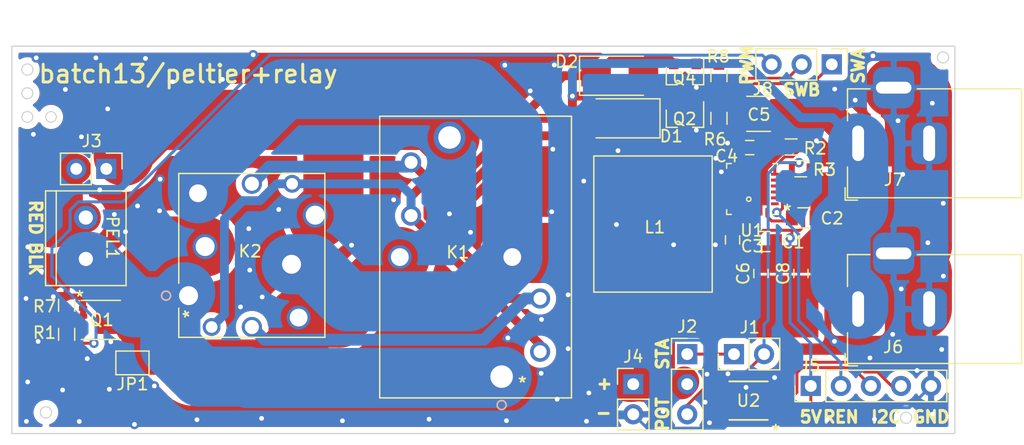
<source format=kicad_pcb>
(kicad_pcb (version 20171130) (host pcbnew "(5.1.6-0-10_14)")
  (layers (0 F.Cu signal) (31 B.Cu signal) (34 B.Paste user) (35 F.Paste user) (36 B.SilkS user) (37 F.SilkS user) (38 B.Mask user) (39 F.Mask user) (44 Edge.Cuts user))
  (net 0 "")
  (net 1 /PEL1)
  (net 2 12V)
  (net 3 /PEL3)
  (net 4 /PEL_BLK)
  (net 5 /PEL_RED)
  (net 6 "Net-(J1-Pad1)")
  (net 7 REG_OUT)
  (net 8 /POT_RES_A)
  (net 9 GND)
  (net 10 I2C_SDA)
  (net 11 I2C_SCL)
  (net 12 5V)
  (net 13 /PEL2)
  (net 14 "Net-(Q1-Pad4)")
  (net 15 "Net-(Q2-Pad1)")
  (net 16 "Net-(Q4-Pad1)")
  (net 17 PEL_PWM)
  (net 18 PEL_SWA)
  (net 19 PEL_SWB)
  (net 20 "Net-(R2-Pad2)")
  (net 21 "Net-(C3-Pad1)")
  (net 22 "Net-(C2-Pad1)")
  (net 23 "Net-(J3-Pad2)")
  (net 24 REG_LX)
  (net 25 REG_FB)
  (net 26 REG_EN)
  (module Pin_Headers:Pin_Header_Straight_1x05_Pitch2.54mm (layer F.Cu) (at 166 110.5 90)
    (fp_text reference J5 (at 1.72 -0.05 180) (layer F.SilkS))
    (fp_text value Conn_01x05_Male)
    (pad 5 thru_hole oval (at 0 10.16 90) (size 1.7 1.7) (drill 1) (layers *.Cu *.Mask) (net 9 GND))
    (pad 4 thru_hole oval (at 0 7.62 90) (size 1.7 1.7) (drill 1) (layers *.Cu *.Mask) (net 10 I2C_SDA))
    (pad 3 thru_hole oval (at 0 5.08 90) (size 1.7 1.7) (drill 1) (layers *.Cu *.Mask) (net 11 I2C_SCL))
    (pad 2 thru_hole oval (at 0 2.54 90) (size 1.7 1.7) (drill 1) (layers *.Cu *.Mask) (net 26 REG_EN))
    (pad 1 thru_hole rect (at 0 0 90) (size 1.7 1.7) (drill 1) (layers *.Cu *.Mask) (net 12 5V))
  )
  (module Diodes_SMD:D_SMA (layer F.Cu) (at 149.86 87.89 180)
    (fp_text reference D1 (at -4.35 -1.51) (layer F.SilkS))
    (fp_text value DIODE)
    (pad 1 smd rect (at -2 0 180) (size 2.5 1.8) (layers F.Cu F.Paste F.Mask) (net 1 /PEL1))
    (pad 2 smd rect (at 2 0 180) (size 2.5 1.8) (layers F.Cu F.Paste F.Mask) (net 2 12V))
  )
  (module Diodes_SMD:D_SMA (layer F.Cu) (at 149.86 84.29)
    (fp_text reference D2 (at -4.48 -1.19) (layer F.SilkS))
    (fp_text value DIODE)
    (pad 2 smd rect (at 2 0) (size 2.5 1.8) (layers F.Cu F.Paste F.Mask) (net 2 12V))
    (pad 1 smd rect (at -2 0) (size 2.5 1.8) (layers F.Cu F.Paste F.Mask) (net 3 /PEL3))
  )
  (module Ninja-qPCR:TB_SeeedOPL_320110028 (layer F.Cu) (at 104.75 96.27 270)
    (fp_text reference PEL1 (at 1.71 -2.25 270 unlocked) (layer F.SilkS))
    (fp_text value Screw_Terminal_01x02)
    (pad 2 thru_hole circle (at 3.5 0 270) (size 2 2) (drill 1.2) (layers *.Cu *.Mask) (net 4 /PEL_BLK))
    (pad 1 thru_hole circle (at 0 0 270) (size 2 2) (drill 1.2) (layers *.Cu *.Mask) (net 23 "Net-(J3-Pad2)"))
  )
  (module Pin_Headers:Pin_Header_Straight_1x02_Pitch2.54mm (layer F.Cu) (at 159.51 107.81 90)
    (fp_text reference J1 (at 2.26 1.33 180) (layer F.SilkS))
    (fp_text value Conn_01x02_Female)
    (pad 2 thru_hole oval (at 0 2.54 90) (size 1.7 1.7) (drill 1) (layers *.Cu *.Mask) (net 25 REG_FB))
    (pad 1 thru_hole rect (at 0 0 90) (size 1.7 1.7) (drill 1) (layers *.Cu *.Mask) (net 6 "Net-(J1-Pad1)"))
  )
  (module Pin_Headers:Pin_Header_Straight_1x03_Pitch2.54mm (layer F.Cu) (at 155.56 107.81)
    (fp_text reference J2 (at 0 -2.33) (layer F.SilkS))
    (fp_text value Conn_01x03_Male)
    (pad 3 thru_hole oval (at 0 5.08) (size 1.7 1.7) (drill 1) (layers *.Cu *.Mask) (net 8 /POT_RES_A))
    (pad 2 thru_hole oval (at 0 2.54) (size 1.7 1.7) (drill 1) (layers *.Cu *.Mask) (net 7 REG_OUT))
    (pad 1 thru_hole rect (at 0 0) (size 1.7 1.7) (drill 1) (layers *.Cu *.Mask) (net 6 "Net-(J1-Pad1)"))
  )
  (module Connector_BarrelJack:BarrelJack_Horizontal (layer F.Cu) (at 170 104 180)
    (fp_text reference J6 (at -2.96 -3.21) (layer F.SilkS))
    (fp_text value Barrel_Jack_Switch)
    (pad 1 thru_hole rect (at 0 0 180) (size 3.5 3.5) (drill oval 1 3) (layers *.Cu *.Mask) (net 2 12V))
    (pad 2 thru_hole roundrect (at -6 0 180) (size 3 3.5) (drill oval 1 3) (layers *.Cu *.Mask) (net 9 GND))
    (pad 3 thru_hole roundrect (at -3 4.7 180) (size 3.5 3.5) (drill oval 3 1) (layers *.Cu *.Mask) (net 9 GND))
  )
  (module Connector_BarrelJack:BarrelJack_Horizontal (layer F.Cu) (at 170 90 180)
    (fp_text reference J7 (at -3.03 -3.08) (layer F.SilkS))
    (fp_text value Barrel_Jack_Switch)
    (pad 3 thru_hole roundrect (at -3 4.7 180) (size 3.5 3.5) (drill oval 3 1) (layers *.Cu *.Mask) (net 9 GND))
    (pad 2 thru_hole roundrect (at -6 0 180) (size 3 3.5) (drill oval 1 3) (layers *.Cu *.Mask) (net 9 GND))
    (pad 1 thru_hole rect (at 0 0 180) (size 3.5 3.5) (drill oval 1 3) (layers *.Cu *.Mask) (net 2 12V))
  )
  (module Ninja-qPCR:EP2-3L3SAb (layer F.Cu) (at 139.88 109.71 90)
    (fp_text reference K1 (at 10.5 -3.7) (layer F.SilkS))
    (fp_text value EP2-3L3SAb hide)
    (fp_text user * (at -0.55 1.75) (layer F.SilkS))
    (pad 1 thru_hole circle (at 0 0 180) (size 2.7 2.7) (drill 1.9) (layers *.Cu *.Mask) (net 4 /PEL_BLK))
    (pad 2 thru_hole circle (at 2.1 3.25 180) (size 1.7 1.7) (drill 1.1) (layers *.Cu *.Mask) (net 2 12V))
    (pad 3 thru_hole circle (at 6.6 3.25 180) (size 1.7 1.7) (drill 1.1) (layers *.Cu *.Mask) (net 1 /PEL1))
    (pad 4 thru_hole circle (at 10.1 0.9 180) (size 2 2) (drill 1.5) (layers *.Cu *.Mask) (net 7 REG_OUT))
    (pad 8 thru_hole circle (at 20.2 -4.4 180) (size 2.7 2.7) (drill 1.9) (layers *.Cu *.Mask) (net 5 /PEL_RED))
    (pad 7 thru_hole circle (at 18.1 -7.65 180) (size 1.7 1.7) (drill 1.1) (layers *.Cu *.Mask) (net 3 /PEL3))
    (pad 6 thru_hole circle (at 13.6 -7.65 180) (size 1.7 1.7) (drill 1.1) (layers *.Cu *.Mask) (net 2 12V))
    (pad 5 thru_hole circle (at 10.1 -8.6 180) (size 2 2) (drill 1.5) (layers *.Cu *.Mask) (net 13 /PEL2))
  )
  (module Ninja-qPCR:EX2-2U1S (layer F.Cu) (at 113.43 102.87 90)
    (fp_text reference K2 (at 3.75 5.2 180) (layer F.SilkS))
    (fp_text value EX2-2U1S hide)
    (fp_text user * (at -1.55 0.1 90) (layer F.SilkS))
    (pad 10 thru_hole circle (at 4.15 1.4 90) (size 2.1082 2.1082) (drill 1.6002) (layers *.Cu *.Mask) (net 13 /PEL2))
    (pad 9 thru_hole circle (at 8.65 0.8 90) (size 2.0066 2.0066) (drill 1.4986) (layers *.Cu *.Mask) (net 7 REG_OUT))
    (pad 8 thru_hole circle (at 9.45 5.35 90) (size 1.7018 1.7018) (drill 1.1938) (layers *.Cu *.Mask) (net 3 /PEL3))
    (pad 7 thru_hole circle (at 9.45 8.75 90) (size 1.4986 1.4986) (drill 0.9906) (layers *.Cu *.Mask) (net 2 12V))
    (pad 6 thru_hole circle (at 6.8 10.7 90) (size 2.1082 2.1082) (drill 1.6002) (layers *.Cu *.Mask) (net 5 /PEL_RED))
    (pad 5 thru_hole circle (at 2.65 8.7 90) (size 2.1082 2.1082) (drill 1.6002) (layers *.Cu *.Mask) (net 7 REG_OUT))
    (pad 4 thru_hole circle (at -1.85 9.3 90) (size 2.0066 2.0066) (drill 1.4986) (layers *.Cu *.Mask) (net 13 /PEL2))
    (pad 3 thru_hole circle (at -2.65 5.35 90) (size 1.7018 1.7018) (drill 1.1938) (layers *.Cu *.Mask) (net 1 /PEL1))
    (pad 2 thru_hole circle (at -2.65 1.95 90) (size 1.4986 1.4986) (drill 0.9906) (layers *.Cu *.Mask) (net 2 12V))
    (pad 1 thru_hole circle (at 0 0 90) (size 2.1082 2.1082) (drill 1.6002) (layers *.Cu *.Mask) (net 4 /PEL_BLK))
  )
  (module Ninja-qPCR:104CDMCCDS-2R2MC (layer F.Cu) (at 152.67 96.82 270)
    (fp_text reference L1 (at 0.27 -0.15 180) (layer F.SilkS))
    (fp_text value 3.3uH hide)
    (pad 1 smd rect (at -4.75 0 270) (size 4.1 4.1) (layers F.Cu F.Paste F.Mask) (net 24 REG_LX))
    (pad 2 smd rect (at 4.75 0 270) (size 4.1 4.1) (layers F.Cu F.Paste F.Mask) (net 7 REG_OUT))
  )
  (module Ninja-qPCR:8-PowerVDFN (layer F.Cu) (at 106.02 104.92)
    (fp_text reference Q1 (at 0.08 0) (layer F.SilkS))
    (fp_text value 8-PowerVDFN-N hide)
    (fp_poly (pts (xy 1.31 1.185) (xy -0.4 1.185) (xy -0.4 -1.185) (xy 1.31 -1.185)) (layer F.Cu) (width 0))
    (fp_text user * (at -1.79 -1.92) (layer F.SilkS))
    (pad 1 smd rect (at -1.5 -0.975) (size 0.7 0.42) (layers F.Cu F.Paste F.Mask) (net 9 GND))
    (pad 2 smd rect (at -1.5 -0.325) (size 0.7 0.42) (layers F.Cu F.Paste F.Mask) (net 9 GND))
    (pad 3 smd rect (at -1.5 0.325) (size 0.7 0.42) (layers F.Cu F.Paste F.Mask) (net 9 GND))
    (pad 4 smd rect (at -1.5 0.975) (size 0.7 0.42) (layers F.Cu F.Paste F.Mask) (net 14 "Net-(Q1-Pad4)"))
    (pad 5 smd rect (at 1.58 0.975) (size 0.54 0.42) (layers F.Cu F.Paste F.Mask) (net 13 /PEL2))
    (pad 6 smd rect (at 1.58 0.325) (size 0.54 0.42) (layers F.Cu F.Paste F.Mask) (net 13 /PEL2))
    (pad 7 smd rect (at 1.58 -0.325) (size 0.54 0.42) (layers F.Cu F.Paste F.Mask) (net 13 /PEL2))
    (pad 8 smd rect (at 1.58 -0.975) (size 0.54 0.42) (layers F.Cu F.Paste F.Mask) (net 13 /PEL2))
  )
  (module TO_SOT_Packages_SMD:SOT-23 (layer F.Cu) (at 155.37 87.89 270)
    (fp_text reference Q2 (at 0.05 0.03 180) (layer F.SilkS))
    (fp_text value Q_NPN_BCE)
    (pad 1 smd rect (at -1 -0.95 270) (size 0.9 0.8) (layers F.Cu F.Paste F.Mask) (net 15 "Net-(Q2-Pad1)"))
    (pad 2 smd rect (at -1 0.95 270) (size 0.9 0.8) (layers F.Cu F.Paste F.Mask) (net 1 /PEL1))
    (pad 3 smd rect (at 1 0 270) (size 0.9 0.8) (layers F.Cu F.Paste F.Mask) (net 9 GND))
  )
  (module TO_SOT_Packages_SMD:SOT-23 (layer F.Cu) (at 155.37 84.29 270)
    (fp_text reference Q4 (at 0.2 0.05 180) (layer F.SilkS))
    (fp_text value Q_NPN_BCE)
    (pad 3 smd rect (at 1 0 270) (size 0.9 0.8) (layers F.Cu F.Paste F.Mask) (net 9 GND))
    (pad 2 smd rect (at -1 0.95 270) (size 0.9 0.8) (layers F.Cu F.Paste F.Mask) (net 3 /PEL3))
    (pad 1 smd rect (at -1 -0.95 270) (size 0.9 0.8) (layers F.Cu F.Paste F.Mask) (net 16 "Net-(Q4-Pad1)"))
  )
  (module Ninja-qPCR:MCP4551T-502E&slash_MS (layer F.Cu) (at 160.74 111.74 180)
    (fp_text reference U2 (at 0 0) (layer F.SilkS))
    (fp_text value MCP4551T-104 hide)
    (fp_text user * (at -2.2976 -2.5752) (layer F.SilkS))
    (fp_text user * (at -2.2976 -2.5752) (layer F.SilkS))
    (pad 8 smd rect (at 2.2 -1 180) (size 1.45 0.45) (layers F.Cu F.Paste F.Mask) (net 12 5V))
    (pad 7 smd rect (at 2.2 -0.325 180) (size 1.45 0.4) (layers F.Cu F.Paste F.Mask))
    (pad 6 smd rect (at 2.2 0.325 180) (size 1.45 0.4) (layers F.Cu F.Paste F.Mask) (net 25 REG_FB))
    (pad 5 smd rect (at 2.2 1 180) (size 1.45 0.45) (layers F.Cu F.Paste F.Mask) (net 8 /POT_RES_A))
    (pad 4 smd rect (at -2.2 1 180) (size 1.45 0.45) (layers F.Cu F.Paste F.Mask) (net 9 GND))
    (pad 3 smd rect (at -2.2 0.325 180) (size 1.45 0.4) (layers F.Cu F.Paste F.Mask) (net 10 I2C_SDA))
    (pad 2 smd rect (at -2.2 -0.325 180) (size 1.45 0.4) (layers F.Cu F.Paste F.Mask) (net 11 I2C_SCL))
    (pad 1 smd rect (at -2.2 -1 180) (size 1.45 0.45) (layers F.Cu F.Paste F.Mask) (net 9 GND))
  )
  (module Pin_Headers:Pin_Header_Straight_1x02_Pitch2.54mm (layer F.Cu) (at 151 110.35)
    (fp_text reference J4 (at 0 -2.33) (layer F.SilkS))
    (fp_text value Conn_01x02_Female)
    (pad 2 thru_hole oval (at 0 2.54) (size 1.7 1.7) (drill 1) (layers *.Cu *.Mask) (net 9 GND))
    (pad 1 thru_hole rect (at 0 0) (size 1.7 1.7) (drill 1) (layers *.Cu *.Mask) (net 7 REG_OUT))
  )
  (module Pin_Headers:Pin_Header_Straight_1x03_Pitch2.54mm (layer F.Cu) (at 167.77001 83.330008 270)
    (fp_text reference J8 (at 2.089992 5.82001 180) (layer F.SilkS))
    (fp_text value Conn_01x03_Male)
    (pad 3 thru_hole oval (at 0 5.08 270) (size 1.7 1.7) (drill 1) (layers *.Cu *.Mask) (net 17 PEL_PWM))
    (pad 2 thru_hole oval (at 0 2.54 270) (size 1.7 1.7) (drill 1) (layers *.Cu *.Mask) (net 19 PEL_SWB))
    (pad 1 thru_hole rect (at 0 0 270) (size 1.7 1.7) (drill 1) (layers *.Cu *.Mask) (net 18 PEL_SWA))
  )
  (module Capacitors_SMD:C_0805 (layer F.Cu) (at 162.05 98.3)
    (fp_text reference C1 (at 2.46 0.06) (layer F.SilkS))
    (fp_text value 10uF)
    (pad 2 smd rect (at 1 0) (size 1 1.25) (layers F.Cu F.Paste F.Mask) (net 9 GND))
    (pad 1 smd rect (at -1 0) (size 1 1.25) (layers F.Cu F.Paste F.Mask) (net 12 5V))
  )
  (module Capacitors_SMD:C_0805 (layer F.Cu) (at 165.4 96.3)
    (fp_text reference C2 (at 2.4 0.04) (layer F.SilkS))
    (fp_text value 10uF)
    (pad 1 smd rect (at -1 0) (size 1 1.25) (layers F.Cu F.Paste F.Mask) (net 22 "Net-(C2-Pad1)"))
    (pad 2 smd rect (at 1 0) (size 1 1.25) (layers F.Cu F.Paste F.Mask) (net 9 GND))
  )
  (module Capacitors_SMD:C_0603 (layer F.Cu) (at 159.39 98.16 90)
    (fp_text reference C3 (at -0.54 1.67 180) (layer F.SilkS))
    (fp_text value 0.1uF)
    (pad 1 smd rect (at -0.75 0 90) (size 0.8 0.75) (layers F.Cu F.Paste F.Mask) (net 21 "Net-(C3-Pad1)"))
    (pad 2 smd rect (at 0.75 0 90) (size 0.8 0.75) (layers F.Cu F.Paste F.Mask) (net 24 REG_LX))
  )
  (module Capacitors_SMD:C_0603 (layer F.Cu) (at 160.84 90.36 180)
    (fp_text reference C4 (at 1.96 -0.72) (layer F.SilkS))
    (fp_text value 1uF)
    (pad 2 smd rect (at 0.75 0 180) (size 0.8 0.75) (layers F.Cu F.Paste F.Mask) (net 9 GND))
    (pad 1 smd rect (at -0.75 0 180) (size 0.8 0.75) (layers F.Cu F.Paste F.Mask) (net 2 12V))
  )
  (module Capacitors_SMD:C_1210 (layer F.Cu) (at 161.59 87.51 180)
    (fp_text reference C5 (at -0.03 -0.07) (layer F.SilkS))
    (fp_text value 22uF)
    (pad 2 smd rect (at 1.5 0 180) (size 1 2.5) (layers F.Cu F.Paste F.Mask) (net 9 GND))
    (pad 1 smd rect (at -1.5 0 180) (size 1 2.5) (layers F.Cu F.Paste F.Mask) (net 2 12V))
  )
  (module Resistors_SMD:R_0603 (layer F.Cu) (at 103.13 106.14 270)
    (fp_text reference R1 (at -0.14 1.87 180) (layer F.SilkS))
    (fp_text value 150)
    (pad 2 smd rect (at 0.75 0 270) (size 0.5 0.9) (layers F.Cu F.Paste F.Mask) (net 17 PEL_PWM))
    (pad 1 smd rect (at -0.75 0 270) (size 0.5 0.9) (layers F.Cu F.Paste F.Mask) (net 14 "Net-(Q1-Pad4)"))
  )
  (module Resistors_SMD:R_0603 (layer F.Cu) (at 164.34 90.31)
    (fp_text reference R2 (at 2.03 0.12) (layer F.SilkS))
    (fp_text value 60k)
    (pad 2 smd rect (at 0.75 0) (size 0.5 0.9) (layers F.Cu F.Paste F.Mask) (net 20 "Net-(R2-Pad2)"))
    (pad 1 smd rect (at -0.75 0) (size 0.5 0.9) (layers F.Cu F.Paste F.Mask) (net 2 12V))
  )
  (module Resistors_SMD:R_0603 (layer F.Cu) (at 165.15 92.15)
    (fp_text reference R3 (at 2.01 0.08) (layer F.SilkS))
    (fp_text value 5k)
    (pad 1 smd rect (at -0.75 0) (size 0.5 0.9) (layers F.Cu F.Paste F.Mask) (net 25 REG_FB))
    (pad 2 smd rect (at 0.75 0) (size 0.5 0.9) (layers F.Cu F.Paste F.Mask) (net 9 GND))
  )
  (module Resistors_SMD:R_0603 (layer F.Cu) (at 158.24 87.89 90)
    (fp_text reference R6 (at -1.77 -0.33 180) (layer F.SilkS))
    (fp_text value 10k)
    (pad 1 smd rect (at -0.75 0 90) (size 0.5 0.9) (layers F.Cu F.Paste F.Mask) (net 15 "Net-(Q2-Pad1)"))
    (pad 2 smd rect (at 0.75 0 90) (size 0.5 0.9) (layers F.Cu F.Paste F.Mask) (net 18 PEL_SWA))
  )
  (module Resistors_SMD:R_0603 (layer F.Cu) (at 103.13 103.69 270)
    (fp_text reference R7 (at 0.09 1.87 180) (layer F.SilkS))
    (fp_text value 47k)
    (pad 2 smd rect (at 0.75 0 270) (size 0.5 0.9) (layers F.Cu F.Paste F.Mask) (net 14 "Net-(Q1-Pad4)"))
    (pad 1 smd rect (at -0.75 0 270) (size 0.5 0.9) (layers F.Cu F.Paste F.Mask) (net 9 GND))
  )
  (module Resistors_SMD:R_0603 (layer F.Cu) (at 158.24 84.29 90)
    (fp_text reference R8 (at 1.63 -0.06 180) (layer F.SilkS))
    (fp_text value 10k)
    (pad 1 smd rect (at -0.75 0 90) (size 0.5 0.9) (layers F.Cu F.Paste F.Mask) (net 19 PEL_SWB))
    (pad 2 smd rect (at 0.75 0 90) (size 0.5 0.9) (layers F.Cu F.Paste F.Mask) (net 16 "Net-(Q4-Pad1)"))
  )
  (module Pin_Headers:Pin_Header_Straight_1x02_Pitch2.54mm (layer F.Cu) (at 106.48 92.16 270)
    (fp_text reference J3 (at -2.35 1.23 180) (layer F.SilkS))
    (fp_text value Conn_01x02_Female)
    (pad 2 thru_hole oval (at 0 2.54 270) (size 1.7 1.7) (drill 1) (layers *.Cu *.Mask) (net 23 "Net-(J3-Pad2)"))
    (pad 1 thru_hole rect (at 0 0 270) (size 1.7 1.7) (drill 1) (layers *.Cu *.Mask) (net 5 /PEL_RED))
  )
  (module Capacitors_SMD:C_0603 (layer F.Cu) (at 161.79 101 90)
    (fp_text reference C6 (at 0 -1.5 90) (layer F.SilkS))
    (fp_text value 0.1uF)
    (pad 2 smd rect (at 0.75 0 90) (size 0.8 0.75) (layers F.Cu F.Paste F.Mask) (net 9 GND))
    (pad 1 smd rect (at -0.75 0 90) (size 0.8 0.75) (layers F.Cu F.Paste F.Mask) (net 7 REG_OUT))
  )
  (module Capacitors_SMD:C_0603 (layer F.Cu) (at 165.165001 101 90)
    (fp_text reference C8 (at 0 -1.5 90) (layer F.SilkS))
    (fp_text value 1uF)
    (pad 1 smd rect (at -0.75 0 90) (size 0.8 0.75) (layers F.Cu F.Paste F.Mask) (net 7 REG_OUT))
    (pad 2 smd rect (at 0.75 0 90) (size 0.8 0.75) (layers F.Cu F.Paste F.Mask) (net 9 GND))
  )
  (module Jumper:SolderJumper-2_P1.3mm_Open_TrianglePad1.0x1.5mm (layer F.Cu) (at 108.69 108.55 180)
    (fp_text reference JP1 (at 0 -1.8) (layer F.SilkS))
    (fp_text value Jumper)
    (pad 2 smd custom (at 0.725 0 180) (size 0.3 0.3) (layers F.Cu F.Mask) (net 9 GND) (options (clearance outline) (anchor rect)) (primitives (gr_poly (pts (xy -0.65 -0.75) (xy 0.5 -0.75) (xy 0.5 0.75) (xy -0.65 0.75) (xy -0.15 0)) (width 0))))
    (pad 1 smd custom (at -0.725 0 180) (size 0.3 0.3) (layers F.Cu F.Mask) (net 13 /PEL2) (options (clearance outline) (anchor rect)) (primitives (gr_poly (pts (xy -0.5 -0.75) (xy 0.5 -0.75) (xy 1 0) (xy 0.5 0.75) (xy -0.5 0.75)) (width 0))))
  )
  (module Ninja-qPCR:AOZ2264QI-19-Long (layer F.Cu) (at 161.04 93.86 180)
    (fp_text reference U1 (at 0 -3.5) (layer F.SilkS))
    (fp_text value AOZ2264QI-19)
    (fp_poly (pts (xy 1.34 1.72) (xy 0.39 1.72) (xy 0.39 -1.38) (xy 1.34 -1.38)) (layer F.Cu) (width 0))
    (fp_poly (pts (xy 0 1.72) (xy -1.34 1.72) (xy -1.34 -1.38) (xy 0 -1.38)) (layer F.Cu) (width 0))
    (fp_text user * (at -2.975 -1.85) (layer F.SilkS))
    (pad 1 smd rect (at -1.92 -1.25 270) (size 0.25 0.65) (layers F.Cu F.Paste F.Mask))
    (pad 2 smd rect (at -1.92 -0.75 270) (size 0.25 0.65) (layers F.Cu F.Paste F.Mask) (net 26 REG_EN))
    (pad 3 smd rect (at -1.92 -0.25 270) (size 0.25 0.65) (layers F.Cu F.Paste F.Mask) (net 12 5V))
    (pad 4 smd rect (at -1.92 0.25 270) (size 0.25 0.65) (layers F.Cu F.Paste F.Mask) (net 9 GND))
    (pad 5 smd rect (at -1.92 0.75 270) (size 0.25 0.65) (layers F.Cu F.Paste F.Mask) (net 25 REG_FB))
    (pad 6 smd rect (at -1.92 1.25 270) (size 0.25 0.65) (layers F.Cu F.Paste F.Mask) (net 20 "Net-(R2-Pad2)"))
    (pad 7 smd rect (at -1.25 1.92 180) (size 0.25 0.65) (layers F.Cu F.Paste F.Mask) (net 2 12V))
    (pad 8 smd rect (at -0.75 1.92 180) (size 0.25 0.65) (layers F.Cu F.Paste F.Mask) (net 2 12V))
    (pad 9 smd rect (at -0.25 1.92 180) (size 0.25 0.65) (layers F.Cu F.Paste F.Mask) (net 2 12V))
    (pad 10 smd rect (at 0.75 1.92 180) (size 0.25 0.65) (layers F.Cu F.Paste F.Mask) (net 24 REG_LX))
    (pad 11 smd rect (at 1.25 1.92 180) (size 0.25 0.65) (layers F.Cu F.Paste F.Mask) (net 24 REG_LX))
    (pad 12 smd rect (at 1.92 1.25 270) (size 0.25 0.65) (layers F.Cu F.Paste F.Mask) (net 9 GND))
    (pad 13 smd rect (at 1.92 0.75 270) (size 0.25 0.65) (layers F.Cu F.Paste F.Mask) (net 9 GND))
    (pad 14 smd rect (at 1.92 0.25 270) (size 0.25 0.65) (layers F.Cu F.Paste F.Mask) (net 9 GND))
    (pad 15 smd rect (at 1.92 -0.25 270) (size 0.25 0.65) (layers F.Cu F.Paste F.Mask) (net 9 GND))
    (pad 16 smd rect (at 1.92 -0.75 270) (size 0.25 0.65) (layers F.Cu F.Paste F.Mask) (net 24 REG_LX))
    (pad 17 smd rect (at 1.92 -1.25 270) (size 0.25 0.65) (layers F.Cu F.Paste F.Mask) (net 24 REG_LX))
    (pad 18 smd rect (at 1.25 -1.92 180) (size 0.25 0.65) (layers F.Cu F.Paste F.Mask) (net 24 REG_LX))
    (pad 19 smd rect (at 0.75 -1.92 180) (size 0.25 0.65) (layers F.Cu F.Paste F.Mask) (net 9 GND))
    (pad 20 smd rect (at 0.25 -1.92 180) (size 0.25 0.65) (layers F.Cu F.Paste F.Mask) (net 21 "Net-(C3-Pad1)"))
    (pad 21 smd rect (at -0.25 -1.92 180) (size 0.25 0.65) (layers F.Cu F.Paste F.Mask) (net 12 5V))
    (pad 22 smd rect (at -0.75 -1.92 180) (size 0.25 0.65) (layers F.Cu F.Paste F.Mask) (net 2 12V))
    (pad 23 smd rect (at -1.25 -1.92 180) (size 0.25 0.65) (layers F.Cu F.Paste F.Mask) (net 22 "Net-(C2-Pad1)"))
  )
  (gr_circle (center 101.81 87.77) (end 102.26 87.77) (layer Edge.Cuts) (width 0.1))
  (gr_circle (center 99.81 87.77) (end 100.268333 87.77) (layer Edge.Cuts) (width 0.1))
  (gr_circle (center 99.81 85.77) (end 100.276667 85.77) (layer Edge.Cuts) (width 0.1))
  (gr_circle (center 99.81 83.77) (end 100.285 83.77) (layer Edge.Cuts) (width 0.1))
  (gr_circle (center 101.38 112.73) (end 101.855 112.73) (layer Edge.Cuts) (width 0.1))
  (gr_circle (center 174.05 113.19) (end 174.525 113.19) (layer Edge.Cuts) (width 0.1))
  (gr_poly (pts (xy 174.005 100.89) (xy 160.23 100.89) (xy 160.23 99.34) (xy 161.96 99.34) (xy 161.96 98.67) (xy 165.17 98.67) (xy 165.18 98.22) (xy 166.1 97.34) (xy 166.12 92.51) (xy 173.995 92.51)) (layer F.Cu) (width 0.1))
  (gr_poly (pts (xy 166.63 102.32) (xy 159.56 102.31) (xy 159.56 101.22) (xy 166.63 101.22)) (layer F.Cu) (width 0.1))
  (gr_text batch13/peltier+relay (at 113.4 84.14) (layer F.SilkS) (effects (font (size 1.5 1.5) (thickness 0.25))))
  (gr_poly (pts (xy 161.5 88.17) (xy 160.58 88.76) (xy 160.43 89.77) (xy 160.43 90.76) (xy 159.44 91.29) (xy 159.44 94.24) (xy 159.06 94.24) (xy 159.01 94.19) (xy 155.71 90.03) (xy 155.25 89.34) (xy 153.5 89.34) (xy 153.5 87.84) (xy 156.36 87.84) (xy 157.3 88.77) (xy 157.66 89.69) (xy 159.07 89.44) (xy 159.07 86.38) (xy 159.7 85.56) (xy 161.52 85.56)) (layer F.Cu) (width 0))
  (gr_text - (at 148.5 112.89 180) (layer F.SilkS) (effects (font (size 1 1) (thickness 0.25))))
  (gr_text + (at 148.5 110.35 90) (layer F.SilkS) (effects (font (size 1 1) (thickness 0.25))))
  (gr_text BLK (at 100.5 99.77 270) (layer F.SilkS) (effects (font (size 1 1) (thickness 0.25))))
  (gr_text RED (at 100.5 96.27 270) (layer F.SilkS) (effects (font (size 1 1) (thickness 0.25))))
  (gr_line (start 178.171 114.52) (end 98.5 114.52) (layer Edge.Cuts) (width 0.1))
  (gr_line (start 98.5 81.79) (end 178.171 81.79) (layer Edge.Cuts) (width 0.1))
  (gr_text SWA (at 170 83.46 90) (layer F.SilkS) (effects (font (size 1 1) (thickness 0.25))))
  (gr_text SWB (at 165.23001 85.48) (layer F.SilkS) (effects (font (size 1 1) (thickness 0.25))))
  (gr_text PWM (at 160.6 83.41 90) (layer F.SilkS) (effects (font (size 1 1) (thickness 0.25))))
  (gr_poly (pts (xy 160.54 102.22) (xy 166.64 102.23) (xy 166.64 106.4) (xy 150.52 106.4) (xy 150.52 99.37) (xy 158.52 99.37)) (layer F.Cu) (width 0))
  (gr_poly (pts (xy 158.83 94.48) (xy 159.89 94.48) (xy 159.9 95.05) (xy 159.91 95.45) (xy 159.71 95.58) (xy 159.73 97.82) (xy 150.52 97.82) (xy 150.51 89.86) (xy 154.85 89.86)) (layer F.Cu) (width 0))
  (gr_poly (pts (xy 163.86 90.74) (xy 162.41 92.14) (xy 161.04 92.14) (xy 160.69 91.08) (xy 160.69 90.24) (xy 163.86 89.81)) (layer F.Cu) (width 0.1))
  (gr_text STA (at 153.48 107.81 90) (layer F.SilkS) (effects (font (size 1 1) (thickness 0.25))))
  (gr_text POT (at 153.48 112.89 90) (layer F.SilkS) (effects (font (size 1 1) (thickness 0.25))))
  (gr_text 5V (at 166 113.12) (layer F.SilkS) (effects (font (size 1 1) (thickness 0.25))))
  (gr_text REN (at 168.54 113.12) (layer F.SilkS) (effects (font (size 1 1) (thickness 0.25))))
  (gr_text I2C (at 172.35 113.12) (layer F.SilkS) (effects (font (size 1 1) (thickness 0.25))))
  (gr_text GND (at 176.16 113.12) (layer F.SilkS) (effects (font (size 1 1) (thickness 0.25))))
  (gr_line (start 98.5 114.52) (end 98.5 81.79) (layer Edge.Cuts) (width 0.1))
  (gr_line (start 178.171 81.79) (end 178.171 114.52) (layer Edge.Cuts) (width 0.1))
  (gr_circle (center 177.17 82.74) (end 177.645 82.74) (layer Edge.Cuts) (width 0.1))
  (segment (start 141.862066 103.11) (end 143.13 103.11) (width 1) (layer B.Cu) (net 1))
  (segment (start 119.850011 106.590011) (end 138.382055 106.590011) (width 1) (layer B.Cu) (net 1))
  (segment (start 138.382055 106.590011) (end 141.862066 103.11) (width 1) (layer B.Cu) (net 1))
  (segment (start 118.78 105.52) (end 119.850011 106.590011) (width 1) (layer B.Cu) (net 1))
  (segment (start 152.86 86.89) (end 151.86 87.89) (width 1) (layer F.Cu) (net 1))
  (segment (start 154.42 86.89) (end 152.86 86.89) (width 1) (layer F.Cu) (net 1))
  (segment (start 150.384999 89.365001) (end 151.86 87.89) (width 0.75) (layer F.Cu) (net 1))
  (segment (start 142.71732 89.365001) (end 150.384999 89.365001) (width 0.75) (layer F.Cu) (net 1))
  (segment (start 137.557293 94.525029) (end 142.71732 89.365001) (width 0.75) (layer F.Cu) (net 1))
  (segment (start 133.655001 95.425999) (end 134.555971 94.525029) (width 0.75) (layer F.Cu) (net 1))
  (segment (start 133.655001 96.191485) (end 133.655001 95.425999) (width 0.75) (layer F.Cu) (net 1))
  (segment (start 134.555971 94.525029) (end 137.557293 94.525029) (width 0.75) (layer F.Cu) (net 1))
  (segment (start 140.573516 103.11) (end 133.655001 96.191485) (width 0.75) (layer F.Cu) (net 1))
  (segment (start 143.13 103.11) (end 140.573516 103.11) (width 0.75) (layer F.Cu) (net 1))
  (segment (start 167.51 87.51) (end 163.09 87.51) (width 2.54) (layer F.Cu) (net 2))
  (segment (start 170 90) (end 167.51 87.51) (width 2.54) (layer F.Cu) (net 2))
  (segment (start 161.960001 89.989999) (end 161.960001 90.36) (width 2.54) (layer F.Cu) (net 2))
  (segment (start 163.09 88.86) (end 161.960001 89.989999) (width 2.54) (layer F.Cu) (net 2))
  (segment (start 163.09 87.51) (end 163.09 88.86) (width 2.54) (layer F.Cu) (net 2))
  (segment (start 163.59 89.36) (end 163.09 88.86) (width 1) (layer F.Cu) (net 2))
  (segment (start 163.59 90.31) (end 163.59 89.36) (width 1) (layer F.Cu) (net 2))
  (segment (start 170 95.437602) (end 168.50999 96.927612) (width 5.08) (layer B.Cu) (net 2))
  (segment (start 170 104) (end 170 103.162398) (width 5.08) (layer B.Cu) (net 2))
  (segment (start 170 103.162398) (end 168.50999 101.672388) (width 5.08) (layer B.Cu) (net 2))
  (segment (start 168.50999 101.672388) (end 168.50999 96.927612) (width 5.08) (layer B.Cu) (net 2))
  (segment (start 170 90) (end 170 95.437602) (width 5.08) (layer B.Cu) (net 2))
  (segment (start 161.59 90.36) (end 161.960001 89.989999) (width 0.25) (layer F.Cu) (net 2))
  (segment (start 161.79 90.16) (end 161.960001 89.989999) (width 0.25) (layer F.Cu) (net 2))
  (segment (start 161.79 92.04) (end 161.79 90.16) (width 0.25) (layer F.Cu) (net 2))
  (segment (start 161.79 95.68) (end 161.79 92.04) (width 0.25) (layer F.Cu) (net 2))
  (segment (start 122.18 93.42) (end 131.28 93.42) (width 0.75) (layer B.Cu) (net 2))
  (segment (start 132.23 94.37) (end 132.23 96.11) (width 0.75) (layer B.Cu) (net 2))
  (segment (start 131.28 93.42) (end 132.23 94.37) (width 0.75) (layer B.Cu) (net 2))
  (segment (start 120.890334 93.42) (end 122.18 93.42) (width 0.75) (layer B.Cu) (net 2))
  (segment (start 119.464433 94.845901) (end 120.890334 93.42) (width 0.75) (layer B.Cu) (net 2))
  (segment (start 118.009388 94.845901) (end 119.464433 94.845901) (width 0.75) (layer B.Cu) (net 2))
  (segment (start 116.459101 96.396188) (end 118.009388 94.845901) (width 0.75) (layer B.Cu) (net 2))
  (segment (start 116.459101 104.440899) (end 116.459101 96.396188) (width 0.75) (layer B.Cu) (net 2))
  (segment (start 115.38 105.52) (end 116.459101 104.440899) (width 0.75) (layer B.Cu) (net 2))
  (segment (start 143.13 107.01) (end 143.13 107.61) (width 0.75) (layer F.Cu) (net 2))
  (segment (start 132.23 96.11) (end 143.13 107.01) (width 0.75) (layer F.Cu) (net 2))
  (via (at 145.86 86.01) (size 0.8) (drill 0.4) (layers F.Cu B.Cu) (net 2))
  (segment (start 145.86 87.89) (end 145.86 86.01) (width 0.75) (layer F.Cu) (net 2))
  (segment (start 151.86 84.29) (end 151.75 84.29) (width 0.75) (layer F.Cu) (net 2))
  (segment (start 145.86 87.89) (end 142.848804 87.89) (width 0.75) (layer F.Cu) (net 2))
  (segment (start 142.848804 87.89) (end 137.163786 93.575019) (width 0.75) (layer F.Cu) (net 2))
  (segment (start 137.163786 93.575019) (end 133.134981 93.575019) (width 0.75) (layer F.Cu) (net 2))
  (segment (start 132.23 94.48) (end 132.23 96.11) (width 0.75) (layer F.Cu) (net 2))
  (segment (start 133.134981 93.575019) (end 132.23 94.48) (width 0.75) (layer F.Cu) (net 2))
  (segment (start 161.29 92.04) (end 161.79 92.04) (width 0.25) (layer F.Cu) (net 2))
  (segment (start 161.79 92.04) (end 162.29 92.04) (width 0.25) (layer F.Cu) (net 2))
  (segment (start 150.14 86.01) (end 151.86 84.29) (width 0.75) (layer F.Cu) (net 2))
  (segment (start 145.86 86.01) (end 150.14 86.01) (width 0.75) (layer F.Cu) (net 2))
  (segment (start 147.86 87.89) (end 145.86 87.89) (width 0.75) (layer F.Cu) (net 2))
  (segment (start 145.86 83.954999) (end 145.86 86.01) (width 0.75) (layer B.Cu) (net 2))
  (segment (start 167.835 87.835) (end 165.166752 87.835) (width 0.75) (layer B.Cu) (net 2))
  (segment (start 160.586752 83.254999) (end 146.56 83.254999) (width 0.75) (layer B.Cu) (net 2))
  (segment (start 165.166752 87.835) (end 160.586752 83.254999) (width 0.75) (layer B.Cu) (net 2))
  (segment (start 146.56 83.254999) (end 145.86 83.954999) (width 0.75) (layer B.Cu) (net 2))
  (segment (start 170 90) (end 167.835 87.835) (width 0.75) (layer B.Cu) (net 2))
  (segment (start 131.869301 91.970699) (end 132.23 91.61) (width 1) (layer B.Cu) (net 3))
  (segment (start 120.229301 91.970699) (end 131.869301 91.970699) (width 1) (layer B.Cu) (net 3))
  (segment (start 118.78 93.42) (end 120.229301 91.970699) (width 1) (layer B.Cu) (net 3))
  (segment (start 153.944999 82.814999) (end 154.42 83.29) (width 0.75) (layer F.Cu) (net 3))
  (segment (start 149.335001 82.814999) (end 153.944999 82.814999) (width 0.75) (layer F.Cu) (net 3))
  (segment (start 147.86 84.29) (end 149.335001 82.814999) (width 0.75) (layer F.Cu) (net 3))
  (segment (start 136.770279 92.625009) (end 133.245009 92.625009) (width 0.75) (layer F.Cu) (net 3))
  (segment (start 145.105288 84.29) (end 136.770279 92.625009) (width 0.75) (layer F.Cu) (net 3))
  (segment (start 133.245009 92.625009) (end 132.23 91.61) (width 0.75) (layer F.Cu) (net 3))
  (segment (start 145.86 84.29) (end 145.105288 84.29) (width 0.75) (layer F.Cu) (net 3))
  (segment (start 145.86 84.29) (end 147.86 84.29) (width 0.75) (layer F.Cu) (net 3))
  (segment (start 111.890699 103.845135) (end 113.147917 102.587917) (width 5.08) (layer B.Cu) (net 4))
  (segment (start 114.405834 109.71) (end 111.890699 107.194865) (width 5.08) (layer B.Cu) (net 4))
  (segment (start 111.890699 107.194865) (end 111.890699 103.845135) (width 5.08) (layer B.Cu) (net 4))
  (segment (start 104.990001 100.010001) (end 104.75 100.010001) (width 5.08) (layer B.Cu) (net 4))
  (segment (start 108.825135 103.845135) (end 104.990001 100.010001) (width 5.08) (layer B.Cu) (net 4))
  (segment (start 111.890699 103.845135) (end 108.825135 103.845135) (width 5.08) (layer B.Cu) (net 4))
  (segment (start 118.387934 109.71) (end 118.507955 109.830021) (width 5.08) (layer B.Cu) (net 4))
  (segment (start 114.405834 109.71) (end 118.387934 109.71) (width 5.08) (layer B.Cu) (net 4))
  (segment (start 139.759979 109.830021) (end 139.88 109.71) (width 5.08) (layer B.Cu) (net 4))
  (segment (start 118.507955 109.830021) (end 139.759979 109.830021) (width 5.08) (layer B.Cu) (net 4))
  (segment (start 133.989999 88.019999) (end 130.506799 88.019999) (width 5.08) (layer F.Cu) (net 5))
  (segment (start 135.48 89.51) (end 133.989999 88.019999) (width 5.08) (layer F.Cu) (net 5))
  (segment (start 107.95001 90.63999) (end 107.95001 91.06) (width 5.08) (layer F.Cu) (net 5))
  (segment (start 110.570001 88.019999) (end 107.95001 90.63999) (width 5.08) (layer F.Cu) (net 5))
  (segment (start 125.669301 95.094865) (end 125.669301 88.259299) (width 5.08) (layer F.Cu) (net 5))
  (segment (start 125.669301 88.259299) (end 125.430001 88.019999) (width 5.08) (layer F.Cu) (net 5))
  (segment (start 125.430001 88.019999) (end 110.570001 88.019999) (width 5.08) (layer F.Cu) (net 5))
  (segment (start 124.412083 96.352083) (end 125.669301 95.094865) (width 5.08) (layer F.Cu) (net 5))
  (segment (start 130.506799 88.019999) (end 125.430001 88.019999) (width 5.08) (layer F.Cu) (net 5))
  (segment (start 155.56 107.81) (end 159.51 107.81) (width 0.25) (layer F.Cu) (net 6))
  (segment (start 161.805001 102.844999) (end 161.79 102.86) (width 0.25) (layer F.Cu) (net 7))
  (segment (start 165.165001 102.844999) (end 161.805001 102.844999) (width 0.25) (layer F.Cu) (net 7))
  (segment (start 153.96 102.86) (end 152.67 101.57) (width 0.25) (layer F.Cu) (net 7))
  (segment (start 161.79 102.86) (end 153.96 102.86) (width 0.25) (layer F.Cu) (net 7))
  (segment (start 154.384999 103.284999) (end 152.67 101.57) (width 0.25) (layer F.Cu) (net 7))
  (segment (start 154.384999 109.174999) (end 154.384999 103.284999) (width 0.25) (layer F.Cu) (net 7))
  (segment (start 155.56 110.35) (end 154.384999 109.174999) (width 0.25) (layer F.Cu) (net 7))
  (segment (start 123.770086 100.22) (end 122.13 100.22) (width 5.08) (layer B.Cu) (net 7))
  (segment (start 126.900087 103.350001) (end 123.770086 100.22) (width 5.08) (layer B.Cu) (net 7))
  (segment (start 137.039999 103.350001) (end 126.900087 103.350001) (width 5.08) (layer B.Cu) (net 7))
  (segment (start 140.78 99.61) (end 137.039999 103.350001) (width 5.08) (layer B.Cu) (net 7))
  (segment (start 140.78 88.756798) (end 140.78 99.61) (width 5.08) (layer B.Cu) (net 7))
  (segment (start 137.443201 85.419999) (end 140.78 88.756798) (width 5.08) (layer B.Cu) (net 7))
  (segment (start 114.23 92.655466) (end 121.465467 85.419999) (width 5.08) (layer B.Cu) (net 7))
  (segment (start 121.465467 85.419999) (end 137.443201 85.419999) (width 5.08) (layer B.Cu) (net 7))
  (segment (start 114.23 94.22) (end 114.23 92.655466) (width 5.08) (layer B.Cu) (net 7))
  (segment (start 155.56 110.35) (end 151 110.35) (width 0.25) (layer F.Cu) (net 7))
  (segment (start 152.67 101.57) (end 149.2 101.57) (width 5.08) (layer F.Cu) (net 7))
  (segment (start 146.890598 99.260598) (end 143.129402 99.260598) (width 5.08) (layer F.Cu) (net 7))
  (segment (start 149.2 101.57) (end 146.890598 99.260598) (width 5.08) (layer F.Cu) (net 7))
  (segment (start 150.729999 109.299999) (end 151 109.299999) (width 5.08) (layer F.Cu) (net 7))
  (segment (start 149.2 107.77) (end 150.729999 109.299999) (width 5.08) (layer F.Cu) (net 7))
  (segment (start 149.2 101.57) (end 149.2 107.77) (width 5.08) (layer F.Cu) (net 7))
  (segment (start 152.67 101.57) (end 151.969999 102.270001) (width 5.08) (layer F.Cu) (net 7))
  (segment (start 151.969999 102.270001) (end 151.969999 109.299999) (width 5.08) (layer F.Cu) (net 7))
  (segment (start 155.084316 110.35) (end 155.304315 110.130001) (width 2.54) (layer F.Cu) (net 7))
  (segment (start 151 110.35) (end 155.084316 110.35) (width 2.54) (layer F.Cu) (net 7))
  (segment (start 143.129402 99.260598) (end 141.129402 99.260598) (width 5.08) (layer F.Cu) (net 7))
  (segment (start 161.79 101.75) (end 161.79 102.86) (width 0.25) (layer F.Cu) (net 7))
  (segment (start 165.165001 101.75) (end 165.165001 102.844999) (width 0.25) (layer F.Cu) (net 7))
  (segment (start 155.56 112.89) (end 155.56 112.13) (width 0.25) (layer F.Cu) (net 8))
  (segment (start 156.95 110.74) (end 158.54 110.74) (width 0.25) (layer F.Cu) (net 8))
  (segment (start 155.56 112.13) (end 156.95 110.74) (width 0.25) (layer F.Cu) (net 8))
  (segment (start 176 110.34) (end 176.16 110.5) (width 0.25) (layer B.Cu) (net 9))
  (segment (start 176 104) (end 176 110.34) (width 0.25) (layer B.Cu) (net 9))
  (segment (start 162.104998 112.74) (end 161.71 112.345002) (width 0.25) (layer F.Cu) (net 9))
  (segment (start 162.94 112.74) (end 162.104998 112.74) (width 0.25) (layer F.Cu) (net 9))
  (segment (start 161.71 110.995) (end 161.965 110.74) (width 0.25) (layer F.Cu) (net 9))
  (segment (start 161.965 110.74) (end 162.94 110.74) (width 0.25) (layer F.Cu) (net 9))
  (segment (start 161.71 112.345002) (end 161.71 110.995) (width 0.25) (layer F.Cu) (net 9))
  (via (at 162.94 109.79) (size 0.8) (drill 0.4) (layers F.Cu B.Cu) (net 9))
  (segment (start 162.94 110.74) (end 162.94 109.79) (width 0.25) (layer F.Cu) (net 9))
  (segment (start 174.984999 111.675001) (end 176.16 110.5) (width 0.25) (layer B.Cu) (net 9))
  (segment (start 175.38099 100.948988) (end 175.38099 104) (width 5.08) (layer F.Cu) (net 9))
  (segment (start 173.732002 99.3) (end 175.38099 100.948988) (width 5.08) (layer F.Cu) (net 9))
  (segment (start 173 99.3) (end 173.732002 99.3) (width 5.08) (layer F.Cu) (net 9))
  (segment (start 174.78 99.3) (end 173 99.3) (width 5.08) (layer F.Cu) (net 9))
  (segment (start 175.38099 85.93099) (end 175.38099 98.69901) (width 5.08) (layer F.Cu) (net 9))
  (segment (start 174.75 85.3) (end 175.38099 85.93099) (width 5.08) (layer F.Cu) (net 9))
  (segment (start 175.38099 98.69901) (end 174.78 99.3) (width 5.08) (layer F.Cu) (net 9))
  (segment (start 173 85.3) (end 174.75 85.3) (width 5.08) (layer F.Cu) (net 9))
  (segment (start 174.32999 112.33001) (end 174.984999 111.675001) (width 0.25) (layer B.Cu) (net 9))
  (segment (start 162.94 110.44641) (end 164.8236 112.33001) (width 0.25) (layer B.Cu) (net 9))
  (segment (start 164.8236 112.33001) (end 174.32999 112.33001) (width 0.25) (layer B.Cu) (net 9))
  (segment (start 162.94 109.79) (end 162.94 110.44641) (width 0.25) (layer B.Cu) (net 9))
  (segment (start 159.22 92.61) (end 159.22 93.11) (width 0.25) (layer F.Cu) (net 9))
  (segment (start 159.22 93.11) (end 159.22 93.61) (width 0.25) (layer F.Cu) (net 9))
  (segment (start 159.22 93.61) (end 159.22 94.11) (width 0.25) (layer F.Cu) (net 9))
  (segment (start 160.09 87.51) (end 160.09 90.36) (width 0.25) (layer F.Cu) (net 9))
  (segment (start 158.664999 114.065001) (end 162.94 109.79) (width 0.25) (layer B.Cu) (net 9))
  (segment (start 159.22 91.23) (end 159.22 92.61) (width 0.25) (layer F.Cu) (net 9))
  (segment (start 160.09 90.36) (end 159.22 91.23) (width 0.25) (layer F.Cu) (net 9))
  (via (at 156.33 85.28) (size 0.8) (drill 0.4) (layers F.Cu B.Cu) (net 9))
  (segment (start 156.32 85.29) (end 156.33 85.28) (width 1) (layer F.Cu) (net 9))
  (segment (start 155.37 85.29) (end 156.32 85.29) (width 1) (layer F.Cu) (net 9))
  (via (at 156.33 88.89) (size 0.8) (drill 0.4) (layers F.Cu B.Cu) (net 9))
  (segment (start 156.33 85.28) (end 156.33 88.89) (width 1) (layer B.Cu) (net 9))
  (segment (start 156.33 88.89) (end 155.37 88.89) (width 1) (layer F.Cu) (net 9))
  (segment (start 157.8 90.36) (end 159.989991 90.36) (width 1) (layer F.Cu) (net 9))
  (segment (start 156.33 88.89) (end 157.8 90.36) (width 1) (layer F.Cu) (net 9))
  (segment (start 103.13 102.94) (end 104.26 102.94) (width 0.25) (layer F.Cu) (net 9))
  (segment (start 104.52 103.2) (end 104.52 103.945) (width 0.25) (layer F.Cu) (net 9))
  (segment (start 104.26 102.94) (end 104.52 103.2) (width 0.25) (layer F.Cu) (net 9))
  (segment (start 104.52 103.945) (end 104.52 104.595) (width 0.25) (layer F.Cu) (net 9))
  (segment (start 104.52 104.595) (end 104.52 105.245) (width 0.25) (layer F.Cu) (net 9))
  (via (at 102 102.96) (size 0.8) (drill 0.4) (layers F.Cu B.Cu) (net 9))
  (segment (start 102.02 102.94) (end 102 102.96) (width 0.75) (layer F.Cu) (net 9))
  (segment (start 103.13 102.94) (end 102.02 102.94) (width 0.75) (layer F.Cu) (net 9))
  (segment (start 152.175001 114.065001) (end 151 112.89) (width 0.25) (layer B.Cu) (net 9))
  (segment (start 158.664999 114.065001) (end 152.175001 114.065001) (width 0.25) (layer B.Cu) (net 9))
  (segment (start 102 104.903002) (end 102 102.96) (width 0.75) (layer B.Cu) (net 9))
  (segment (start 110.042029 112.945031) (end 102 104.903002) (width 0.75) (layer B.Cu) (net 9))
  (segment (start 150.944969 112.945031) (end 110.042029 112.945031) (width 0.75) (layer B.Cu) (net 9))
  (segment (start 151 112.89) (end 150.944969 112.945031) (width 0.75) (layer B.Cu) (net 9))
  (via (at 100.56 82.78) (size 0.8) (drill 0.4) (layers F.Cu B.Cu) (net 9))
  (via (at 100.32 89.24) (size 0.8) (drill 0.4) (layers F.Cu B.Cu) (net 9))
  (via (at 105.6 82.78) (size 0.8) (drill 0.4) (layers F.Cu B.Cu) (net 9))
  (via (at 104.38 89.45) (size 0.8) (drill 0.4) (layers F.Cu B.Cu) (net 9))
  (via (at 103.02 85.45) (size 0.8) (drill 0.4) (layers F.Cu B.Cu) (net 9))
  (via (at 106.6 87.09) (size 0.8) (drill 0.4) (layers F.Cu B.Cu) (net 9))
  (via (at 109.79 82.83) (size 0.8) (drill 0.4) (layers F.Cu B.Cu) (net 9))
  (via (at 112.08 84.8) (size 0.8) (drill 0.4) (layers F.Cu B.Cu) (net 9))
  (via (at 118.89 82.52) (size 0.8) (drill 0.4) (layers F.Cu B.Cu) (net 9))
  (via (at 116.29 84.6) (size 0.8) (drill 0.4) (layers F.Cu B.Cu) (net 9))
  (via (at 111.03 93.03) (size 0.8) (drill 0.4) (layers F.Cu B.Cu) (net 9))
  (via (at 110.98 95.7) (size 0.8) (drill 0.4) (layers F.Cu B.Cu) (net 9))
  (via (at 108.1 97.47) (size 0.8) (drill 0.4) (layers F.Cu B.Cu) (net 9))
  (via (at 107.16 96.01) (size 0.8) (drill 0.4) (layers F.Cu B.Cu) (net 9))
  (via (at 109.12 95.29) (size 0.8) (drill 0.4) (layers F.Cu B.Cu) (net 9))
  (via (at 105.93 93.93) (size 0.8) (drill 0.4) (layers F.Cu B.Cu) (net 9))
  (via (at 99.85 98.75) (size 0.8) (drill 0.4) (layers F.Cu B.Cu) (net 9))
  (via (at 101 100.79) (size 0.8) (drill 0.4) (layers F.Cu B.Cu) (net 9))
  (via (at 99.7 103.11) (size 0.8) (drill 0.4) (layers F.Cu B.Cu) (net 9))
  (via (at 100.72 106.74) (size 0.8) (drill 0.4) (layers F.Cu B.Cu) (net 9))
  (via (at 99.73 113.49) (size 0.8) (drill 0.4) (layers F.Cu B.Cu) (net 9))
  (via (at 99.84 110.16) (size 0.8) (drill 0.4) (layers F.Cu B.Cu) (net 9))
  (via (at 104.2 113.5) (size 0.8) (drill 0.4) (layers F.Cu B.Cu) (net 9))
  (via (at 102.79 110.84) (size 0.8) (drill 0.4) (layers F.Cu B.Cu) (net 9))
  (via (at 104.87 108.19) (size 0.8) (drill 0.4) (layers F.Cu B.Cu) (net 9))
  (via (at 106.86 106.77) (size 0.8) (drill 0.4) (layers F.Cu B.Cu) (net 9))
  (via (at 110.54 110.5) (size 0.8) (drill 0.4) (layers F.Cu B.Cu) (net 9))
  (via (at 106.74 110.78) (size 0.8) (drill 0.4) (layers F.Cu B.Cu) (net 9))
  (via (at 108.86 113.75) (size 0.8) (drill 0.4) (layers F.Cu B.Cu) (net 9))
  (via (at 114.14 113.35) (size 0.8) (drill 0.4) (layers F.Cu B.Cu) (net 9))
  (via (at 119.6 113.24) (size 0.8) (drill 0.4) (layers F.Cu B.Cu) (net 9))
  (via (at 126.43 113.44) (size 0.8) (drill 0.4) (layers F.Cu B.Cu) (net 9))
  (via (at 133.75 113.31) (size 0.8) (drill 0.4) (layers F.Cu B.Cu) (net 9))
  (via (at 140.29 113.43) (size 0.8) (drill 0.4) (layers F.Cu B.Cu) (net 9))
  (via (at 143.22 109.43) (size 0.8) (drill 0.4) (layers F.Cu B.Cu) (net 9))
  (via (at 147.05 113.48) (size 0.8) (drill 0.4) (layers F.Cu B.Cu) (net 9))
  (via (at 144.57 111.62) (size 0.8) (drill 0.4) (layers F.Cu B.Cu) (net 9))
  (via (at 147.25 111.09) (size 0.8) (drill 0.4) (layers F.Cu B.Cu) (net 9))
  (via (at 153.52 112.66) (size 0.8) (drill 0.4) (layers F.Cu B.Cu) (net 9))
  (via (at 145.5 107.35) (size 0.8) (drill 0.4) (layers F.Cu B.Cu) (net 9))
  (via (at 140.41 106.44) (size 0.8) (drill 0.4) (layers F.Cu B.Cu) (net 9))
  (via (at 143.25 104.88) (size 0.8) (drill 0.4) (layers F.Cu B.Cu) (net 9))
  (via (at 145.5 102.8) (size 0.8) (drill 0.4) (layers F.Cu B.Cu) (net 9))
  (via (at 135.47 95.96) (size 0.8) (drill 0.4) (layers F.Cu B.Cu) (net 9))
  (via (at 137.25 97.52) (size 0.8) (drill 0.4) (layers F.Cu B.Cu) (net 9))
  (via (at 130.76 94.77) (size 0.8) (drill 0.4) (layers F.Cu B.Cu) (net 9))
  (via (at 127.2 98.61) (size 0.8) (drill 0.4) (layers F.Cu B.Cu) (net 9))
  (via (at 121.05 95.59) (size 0.8) (drill 0.4) (layers F.Cu B.Cu) (net 9))
  (via (at 118.52 97.21) (size 0.8) (drill 0.4) (layers F.Cu B.Cu) (net 9))
  (via (at 117.82 103.82) (size 0.8) (drill 0.4) (layers F.Cu B.Cu) (net 9))
  (via (at 119.65 102.98) (size 0.8) (drill 0.4) (layers F.Cu B.Cu) (net 9))
  (via (at 118.6 100.71) (size 0.8) (drill 0.4) (layers F.Cu B.Cu) (net 9))
  (via (at 140.15 83.4) (size 0.8) (drill 0.4) (layers F.Cu B.Cu) (net 9))
  (via (at 142.3 85.57) (size 0.8) (drill 0.4) (layers F.Cu B.Cu) (net 9))
  (via (at 144.33 83.38) (size 0.8) (drill 0.4) (layers F.Cu B.Cu) (net 9))
  (via (at 144.21 90.5) (size 0.8) (drill 0.4) (layers F.Cu B.Cu) (net 9))
  (via (at 144.11 95.78) (size 0.8) (drill 0.4) (layers F.Cu B.Cu) (net 9))
  (via (at 149.71 90.62) (size 0.8) (drill 0.4) (layers F.Cu B.Cu) (net 9))
  (via (at 149.58 96.86) (size 0.8) (drill 0.4) (layers F.Cu B.Cu) (net 9))
  (via (at 146.82 93.19) (size 0.8) (drill 0.4) (layers F.Cu B.Cu) (net 9))
  (via (at 154.41 98.57) (size 0.8) (drill 0.4) (layers F.Cu B.Cu) (net 9))
  (via (at 157.94 98.57) (size 0.8) (drill 0.4) (layers F.Cu B.Cu) (net 9))
  (via (at 166.47 89.78) (size 0.8) (drill 0.4) (layers F.Cu B.Cu) (net 9))
  (via (at 158.97 89.98) (size 0.8) (drill 0.4) (layers F.Cu B.Cu) (net 9))
  (via (at 157.98 91.27) (size 0.8) (drill 0.4) (layers F.Cu B.Cu) (net 9))
  (via (at 158.44 92.41) (size 0.8) (drill 0.4) (layers F.Cu B.Cu) (net 9))
  (via (at 171.25 82.61) (size 0.8) (drill 0.4) (layers F.Cu B.Cu) (net 9))
  (via (at 169.75 86.35) (size 0.8) (drill 0.4) (layers F.Cu B.Cu) (net 9))
  (via (at 176.27 86.61) (size 0.8) (drill 0.4) (layers F.Cu B.Cu) (net 9))
  (via (at 173.37 88.09) (size 0.8) (drill 0.4) (layers F.Cu B.Cu) (net 9))
  (via (at 168.02 85.42) (size 0.8) (drill 0.4) (layers F.Cu B.Cu) (net 9))
  (via (at 173.77 92.62) (size 0.8) (drill 0.4) (layers F.Cu B.Cu) (net 9))
  (via (at 177.19 95.07) (size 0.8) (drill 0.4) (layers F.Cu B.Cu) (net 9))
  (via (at 175.89 98.4) (size 0.8) (drill 0.4) (layers F.Cu B.Cu) (net 9))
  (via (at 177.2 101.22) (size 0.8) (drill 0.4) (layers F.Cu B.Cu) (net 9))
  (via (at 173.64 102.3) (size 0.8) (drill 0.4) (layers F.Cu B.Cu) (net 9))
  (via (at 168 106.73) (size 0.8) (drill 0.4) (layers F.Cu B.Cu) (net 9))
  (via (at 171 108.13) (size 0.8) (drill 0.4) (layers F.Cu B.Cu) (net 9))
  (via (at 172.92 106.14) (size 0.8) (drill 0.4) (layers F.Cu B.Cu) (net 9))
  (via (at 174.98 109.19) (size 0.8) (drill 0.4) (layers F.Cu B.Cu) (net 9))
  (via (at 177.06 107.42) (size 0.8) (drill 0.4) (layers F.Cu B.Cu) (net 9))
  (via (at 176.3 112.87) (size 0.8) (drill 0.4) (layers F.Cu B.Cu) (net 9))
  (via (at 171.38 113.31) (size 0.8) (drill 0.4) (layers F.Cu B.Cu) (net 9))
  (via (at 167.37 113.37) (size 0.8) (drill 0.4) (layers F.Cu B.Cu) (net 9))
  (via (at 160.53 110.62) (size 0.8) (drill 0.4) (layers F.Cu B.Cu) (net 9))
  (via (at 159 109.47) (size 0.8) (drill 0.4) (layers F.Cu B.Cu) (net 9))
  (via (at 157.23 109.51) (size 0.8) (drill 0.4) (layers F.Cu B.Cu) (net 9))
  (via (at 157.44 113.61) (size 0.8) (drill 0.4) (layers F.Cu B.Cu) (net 9))
  (via (at 157.07 111.87) (size 0.8) (drill 0.4) (layers F.Cu B.Cu) (net 9))
  (segment (start 156.670001 106.634999) (end 154.449999 106.634999) (width 0.25) (layer B.Cu) (net 9))
  (segment (start 153.52 107.564998) (end 153.52 112.66) (width 0.25) (layer B.Cu) (net 9))
  (segment (start 157.23 107.194998) (end 156.670001 106.634999) (width 0.25) (layer B.Cu) (net 9))
  (segment (start 154.449999 106.634999) (end 153.52 107.564998) (width 0.25) (layer B.Cu) (net 9))
  (segment (start 157.23 109.51) (end 157.23 107.194998) (width 0.25) (layer B.Cu) (net 9))
  (segment (start 153.29 112.89) (end 153.52 112.66) (width 0.25) (layer B.Cu) (net 9))
  (segment (start 151 112.89) (end 153.29 112.89) (width 0.25) (layer B.Cu) (net 9))
  (segment (start 159.319991 94.030009) (end 159.319992 91.873598) (width 0.25) (layer F.Cu) (net 9))
  (segment (start 159.24 94.11) (end 159.319991 94.030009) (width 0.25) (layer F.Cu) (net 9))
  (segment (start 159.22 94.11) (end 159.24 94.11) (width 0.25) (layer F.Cu) (net 9))
  (segment (start 163.05 98.3) (end 163.05 98.6) (width 0.25) (layer F.Cu) (net 9))
  (segment (start 166.4 96.3) (end 166.4 97) (width 0.25) (layer F.Cu) (net 9))
  (segment (start 166.4 97) (end 165.165001 98.234999) (width 0.25) (layer F.Cu) (net 9))
  (segment (start 163.05 98.42) (end 163.05 98.3) (width 0.25) (layer F.Cu) (net 9))
  (segment (start 163.93 99.3) (end 163.05 98.42) (width 0.25) (layer F.Cu) (net 9))
  (segment (start 165.165001 98.234999) (end 165.165001 100.25) (width 0.25) (layer F.Cu) (net 9))
  (segment (start 161.79 100.25) (end 161.79 99.79) (width 0.25) (layer F.Cu) (net 9))
  (segment (start 163.05 98.53) (end 163.05 98.3) (width 0.25) (layer F.Cu) (net 9))
  (segment (start 161.79 99.79) (end 163.05 98.53) (width 0.25) (layer F.Cu) (net 9))
  (segment (start 105.23 108.55) (end 104.87 108.19) (width 0.25) (layer F.Cu) (net 9))
  (segment (start 107.965 108.55) (end 105.23 108.55) (width 0.25) (layer F.Cu) (net 9))
  (segment (start 166.09 95.99) (end 166.4 96.3) (width 0.25) (layer F.Cu) (net 9))
  (segment (start 166.09 93.51) (end 166.09 95.99) (width 0.25) (layer F.Cu) (net 9))
  (segment (start 165.99 93.61) (end 166.09 93.51) (width 0.25) (layer F.Cu) (net 9))
  (segment (start 162.96 93.61) (end 165.99 93.61) (width 0.25) (layer F.Cu) (net 9))
  (segment (start 165.9 93.32) (end 166.09 93.51) (width 0.25) (layer F.Cu) (net 9))
  (segment (start 165.9 92.15) (end 165.9 93.32) (width 0.25) (layer F.Cu) (net 9))
  (segment (start 165.9 92.15) (end 165.9 93.45) (width 0.5) (layer F.Cu) (net 9))
  (segment (start 165.9 93.45) (end 166.34 93.89) (width 0.5) (layer F.Cu) (net 9))
  (segment (start 166.34 96.24) (end 166.4 96.3) (width 0.5) (layer F.Cu) (net 9))
  (segment (start 166.34 93.89) (end 166.34 96.24) (width 0.5) (layer F.Cu) (net 9))
  (segment (start 164.91 100.25) (end 163.96 99.3) (width 0.5) (layer F.Cu) (net 9))
  (segment (start 165.165001 100.25) (end 164.91 100.25) (width 0.5) (layer F.Cu) (net 9))
  (segment (start 163.96 99.3) (end 163.93 99.3) (width 0.25) (layer F.Cu) (net 9))
  (segment (start 173 99.3) (end 163.96 99.3) (width 0.25) (layer F.Cu) (net 9))
  (segment (start 171.644001 109.324999) (end 172.819002 110.5) (width 0.25) (layer F.Cu) (net 10))
  (segment (start 170.541409 109.324999) (end 171.644001 109.324999) (width 0.25) (layer F.Cu) (net 10))
  (segment (start 169.716401 108.499991) (end 170.541409 109.324999) (width 0.25) (layer F.Cu) (net 10))
  (segment (start 164.374989 110.853603) (end 164.37499 109.203598) (width 0.25) (layer F.Cu) (net 10))
  (segment (start 165.078598 108.49999) (end 169.716401 108.499991) (width 0.25) (layer F.Cu) (net 10))
  (segment (start 164.37499 109.203598) (end 165.078598 108.49999) (width 0.25) (layer F.Cu) (net 10))
  (segment (start 163.813592 111.415) (end 164.374989 110.853603) (width 0.25) (layer F.Cu) (net 10))
  (segment (start 172.819002 110.5) (end 173.62 110.5) (width 0.25) (layer F.Cu) (net 10))
  (segment (start 162.94 111.415) (end 163.813592 111.415) (width 0.25) (layer F.Cu) (net 10))
  (segment (start 164.824999 109.389999) (end 165.264998 108.95) (width 0.25) (layer F.Cu) (net 11))
  (segment (start 164.824999 111.040003) (end 164.824999 109.389999) (width 0.25) (layer F.Cu) (net 11))
  (segment (start 163.800002 112.065) (end 164.824999 111.040003) (width 0.25) (layer F.Cu) (net 11))
  (segment (start 162.94 112.065) (end 163.800002 112.065) (width 0.25) (layer F.Cu) (net 11))
  (segment (start 169.53 108.95) (end 171.08 110.5) (width 0.25) (layer F.Cu) (net 11))
  (segment (start 165.264998 108.95) (end 169.53 108.95) (width 0.25) (layer F.Cu) (net 11))
  (segment (start 158.54 112.74) (end 158.54 113.39) (width 0.25) (layer F.Cu) (net 12))
  (segment (start 158.54 113.39) (end 158.75 113.6) (width 0.25) (layer F.Cu) (net 12))
  (segment (start 158.75 113.6) (end 165.1 113.6) (width 0.25) (layer F.Cu) (net 12))
  (segment (start 166 112.7) (end 166 110.5) (width 0.25) (layer F.Cu) (net 12))
  (segment (start 165.1 113.6) (end 166 112.7) (width 0.25) (layer F.Cu) (net 12))
  (segment (start 161.29 98.06) (end 161.29 95.68) (width 0.25) (layer F.Cu) (net 12))
  (segment (start 161.05 98.3) (end 161.29 98.06) (width 0.25) (layer F.Cu) (net 12))
  (segment (start 162.000001 97.349999) (end 161.05 98.3) (width 0.25) (layer F.Cu) (net 12))
  (via (at 164.25 98) (size 0.8) (drill 0.4) (layers F.Cu B.Cu) (net 12))
  (segment (start 164.400001 97.849999) (end 164.25 98) (width 0.25) (layer F.Cu) (net 12))
  (segment (start 164.400001 97.349999) (end 164.400001 97.849999) (width 0.25) (layer F.Cu) (net 12))
  (segment (start 164.400001 97.349999) (end 162.000001 97.349999) (width 0.25) (layer F.Cu) (net 12))
  (segment (start 166 106.9) (end 166 110.5) (width 0.25) (layer B.Cu) (net 12))
  (segment (start 164.25 105.15) (end 166 106.9) (width 0.25) (layer B.Cu) (net 12))
  (segment (start 164.25 98) (end 164.25 105.15) (width 0.25) (layer B.Cu) (net 12))
  (segment (start 165.160001 95.349999) (end 165.4 95.589998) (width 0.25) (layer F.Cu) (net 12))
  (segment (start 165.4 95.589998) (end 165.4 97.010002) (width 0.25) (layer F.Cu) (net 12))
  (segment (start 165.4 97.010002) (end 165.060003 97.349999) (width 0.25) (layer F.Cu) (net 12))
  (segment (start 165.060003 97.349999) (end 164.400001 97.349999) (width 0.25) (layer F.Cu) (net 12))
  (segment (start 164.060011 94.538599) (end 164.060011 95.06) (width 0.25) (layer F.Cu) (net 12))
  (segment (start 163.631412 94.11) (end 164.060011 94.538599) (width 0.25) (layer F.Cu) (net 12))
  (segment (start 162.96 94.11) (end 163.631412 94.11) (width 0.25) (layer F.Cu) (net 12))
  (segment (start 164.35001 95.349999) (end 165.160001 95.349999) (width 0.25) (layer F.Cu) (net 12))
  (segment (start 164.060011 95.06) (end 164.35001 95.349999) (width 0.25) (layer F.Cu) (net 12))
  (segment (start 126.17 104.72) (end 122.73 104.72) (width 5.08) (layer F.Cu) (net 13))
  (segment (start 131.28 99.61) (end 126.17 104.72) (width 5.08) (layer F.Cu) (net 13))
  (segment (start 122.73 106.884534) (end 122.73 104.72) (width 5.08) (layer F.Cu) (net 13))
  (segment (start 114.83 98.72) (end 111.96473 98.72) (width 5.08) (layer F.Cu) (net 13))
  (segment (start 120.503633 109.110901) (end 122.73 106.884534) (width 5.08) (layer F.Cu) (net 13))
  (segment (start 113.806735 109.110901) (end 120.503633 109.110901) (width 5.08) (layer F.Cu) (net 13))
  (segment (start 109.635899 101.048831) (end 109.635899 104.940065) (width 5.08) (layer F.Cu) (net 13))
  (segment (start 111.96473 98.72) (end 109.635899 101.048831) (width 5.08) (layer F.Cu) (net 13))
  (segment (start 113.245834 108.55) (end 113.806735 109.110901) (width 0.25) (layer F.Cu) (net 13))
  (segment (start 109.415 108.55) (end 113.245834 108.55) (width 0.25) (layer F.Cu) (net 13))
  (segment (start 109.415 108.55) (end 109.915 109.05) (width 1) (layer F.Cu) (net 13))
  (segment (start 109.915 109.05) (end 110.91 109.05) (width 1) (layer F.Cu) (net 13))
  (segment (start 112.327917 107.632083) (end 113.806735 109.110901) (width 5.08) (layer F.Cu) (net 13))
  (segment (start 110.91 109.05) (end 112.327917 107.632083) (width 1) (layer F.Cu) (net 13))
  (segment (start 109.635899 104.940065) (end 112.327917 107.632083) (width 5.08) (layer F.Cu) (net 13))
  (segment (start 103.13 105.39) (end 103.33 105.39) (width 0.25) (layer F.Cu) (net 14))
  (segment (start 103.835 105.895) (end 104.52 105.895) (width 0.25) (layer F.Cu) (net 14))
  (segment (start 103.33 105.39) (end 103.835 105.895) (width 0.25) (layer F.Cu) (net 14))
  (segment (start 103.13 105.39) (end 103.13 104.44) (width 0.25) (layer F.Cu) (net 14))
  (segment (start 158.07 88.64) (end 156.32 86.89) (width 0.25) (layer F.Cu) (net 15))
  (segment (start 158.24 88.64) (end 158.07 88.64) (width 0.25) (layer F.Cu) (net 15))
  (segment (start 156.57 83.54) (end 156.32 83.29) (width 0.25) (layer F.Cu) (net 16))
  (segment (start 158.24 83.54) (end 156.57 83.54) (width 0.25) (layer F.Cu) (net 16))
  (segment (start 103.12 106.88) (end 103.13 106.89) (width 0.25) (layer F.Cu) (net 17))
  (via (at 105.43 106.89) (size 0.8) (drill 0.4) (layers F.Cu B.Cu) (net 17))
  (segment (start 105.43 106.89) (end 103.13 106.89) (width 0.25) (layer F.Cu) (net 17))
  (segment (start 105.61 104.921736) (end 105.61 106.71) (width 0.25) (layer B.Cu) (net 17))
  (segment (start 103.424999 95.633999) (end 103.424999 97.283267) (width 0.25) (layer B.Cu) (net 17))
  (segment (start 104.113999 94.944999) (end 103.424999 95.633999) (width 0.25) (layer B.Cu) (net 17))
  (segment (start 105.61 106.71) (end 105.43 106.89) (width 0.25) (layer B.Cu) (net 17))
  (segment (start 107.888732 94.944999) (end 104.113999 94.944999) (width 0.25) (layer B.Cu) (net 17))
  (segment (start 101.88499 101.196726) (end 105.61 104.921736) (width 0.25) (layer B.Cu) (net 17))
  (segment (start 120.278742 82.554989) (end 107.888732 94.944999) (width 0.25) (layer B.Cu) (net 17))
  (segment (start 101.88499 98.823276) (end 101.88499 101.196726) (width 0.25) (layer B.Cu) (net 17))
  (segment (start 103.424999 97.283267) (end 101.88499 98.823276) (width 0.25) (layer B.Cu) (net 17))
  (segment (start 161.914991 82.554989) (end 120.278742 82.554989) (width 0.25) (layer B.Cu) (net 17))
  (segment (start 162.69001 83.330008) (end 161.914991 82.554989) (width 0.25) (layer B.Cu) (net 17))
  (segment (start 167.77001 83.330008) (end 166.144999 84.955019) (width 0.25) (layer F.Cu) (net 18))
  (segment (start 166.144999 84.955019) (end 159.534981 84.955019) (width 0.25) (layer F.Cu) (net 18))
  (segment (start 158.24 86.25) (end 158.24 87.14) (width 0.25) (layer F.Cu) (net 18))
  (segment (start 159.534981 84.955019) (end 158.24 86.25) (width 0.25) (layer F.Cu) (net 18))
  (segment (start 164.055009 84.505009) (end 158.994991 84.505009) (width 0.25) (layer F.Cu) (net 19))
  (segment (start 165.23001 83.330008) (end 164.055009 84.505009) (width 0.25) (layer F.Cu) (net 19))
  (segment (start 158.46 85.04) (end 158.24 85.04) (width 0.25) (layer F.Cu) (net 19))
  (segment (start 158.994991 84.505009) (end 158.46 85.04) (width 0.25) (layer F.Cu) (net 19))
  (segment (start 162.96 92.61) (end 162.96 91.97) (width 0.25) (layer F.Cu) (net 20))
  (segment (start 163.79499 91.13501) (end 164.46499 91.13501) (width 0.25) (layer F.Cu) (net 20))
  (segment (start 162.96 91.97) (end 163.79499 91.13501) (width 0.25) (layer F.Cu) (net 20))
  (segment (start 165.09 90.51) (end 165.09 90.31) (width 0.25) (layer F.Cu) (net 20))
  (segment (start 164.46499 91.13501) (end 165.09 90.51) (width 0.25) (layer F.Cu) (net 20))
  (segment (start 160.090001 97.346409) (end 160.090001 98.209999) (width 0.25) (layer F.Cu) (net 21))
  (segment (start 160.090001 98.209999) (end 159.39 98.91) (width 0.25) (layer F.Cu) (net 21))
  (segment (start 160.78 96.65641) (end 160.090001 97.346409) (width 0.25) (layer F.Cu) (net 21))
  (segment (start 160.78 95.69) (end 160.78 96.65641) (width 0.25) (layer F.Cu) (net 21))
  (segment (start 160.79 95.68) (end 160.78 95.69) (width 0.25) (layer F.Cu) (net 21))
  (segment (start 164.139997 96.560003) (end 164.4 96.3) (width 0.25) (layer F.Cu) (net 22))
  (segment (start 162.695003 96.560003) (end 164.139997 96.560003) (width 0.25) (layer F.Cu) (net 22))
  (segment (start 162.29 96.155) (end 162.695003 96.560003) (width 0.25) (layer F.Cu) (net 22))
  (segment (start 162.29 95.68) (end 162.29 96.155) (width 0.25) (layer F.Cu) (net 22))
  (segment (start 103.94 92.16) (end 101.83 92.16) (width 2.54) (layer F.Cu) (net 23))
  (segment (start 104.75 96.27) (end 101.96 96.27) (width 2.54) (layer F.Cu) (net 23))
  (segment (start 101.96 93.85) (end 101.83 93.72) (width 5.08) (layer F.Cu) (net 23))
  (segment (start 101.83 93.72) (end 101.83 92.16) (width 5.08) (layer F.Cu) (net 23))
  (segment (start 101.96 96.27) (end 101.96 93.85) (width 5.08) (layer F.Cu) (net 23))
  (segment (start 159.79 97.01) (end 159.39 97.41) (width 0.25) (layer F.Cu) (net 24))
  (segment (start 159.79 95.68) (end 159.79 97.01) (width 0.25) (layer F.Cu) (net 24))
  (segment (start 159.79 92.04) (end 160.29 92.04) (width 0.25) (layer F.Cu) (net 24))
  (segment (start 159.22 94.61) (end 159.22 95.11) (width 0.25) (layer F.Cu) (net 24))
  (segment (start 159.22 95.11) (end 159.79 95.68) (width 0.25) (layer F.Cu) (net 24))
  (segment (start 159.22 94.61) (end 159.91 94.61) (width 0.25) (layer F.Cu) (net 24))
  (segment (start 159.770001 92.059999) (end 159.79 92.04) (width 0.25) (layer F.Cu) (net 24))
  (segment (start 159.770001 94.470001) (end 159.770001 92.059999) (width 0.25) (layer F.Cu) (net 24))
  (segment (start 159.91 94.61) (end 159.770001 94.470001) (width 0.25) (layer F.Cu) (net 24))
  (segment (start 155.21 94.61) (end 152.67 92.07) (width 0.25) (layer F.Cu) (net 24))
  (segment (start 159.22 94.61) (end 155.21 94.61) (width 0.25) (layer F.Cu) (net 24))
  (segment (start 162.05 107.81) (end 159.590001 110.269999) (width 0.25) (layer F.Cu) (net 25))
  (segment (start 159.590001 110.269999) (end 159.590001 111.219999) (width 0.25) (layer F.Cu) (net 25))
  (segment (start 159.395 111.415) (end 158.54 111.415) (width 0.25) (layer F.Cu) (net 25))
  (segment (start 159.590001 111.219999) (end 159.395 111.415) (width 0.25) (layer F.Cu) (net 25))
  (segment (start 162.4 104.95) (end 162.4 93.55) (width 0.25) (layer B.Cu) (net 25))
  (segment (start 162.05 105.3) (end 162.4 104.95) (width 0.25) (layer B.Cu) (net 25))
  (segment (start 162.05 107.81) (end 162.05 105.3) (width 0.25) (layer B.Cu) (net 25))
  (segment (start 162.4 93.55) (end 162.4 92.55) (width 0.25) (layer B.Cu) (net 25))
  (via (at 164.995121 91.630184) (size 0.8) (drill 0.4) (layers F.Cu B.Cu) (net 25))
  (segment (start 163.319816 91.630184) (end 164.995121 91.630184) (width 0.25) (layer B.Cu) (net 25))
  (segment (start 162.4 92.55) (end 163.319816 91.630184) (width 0.25) (layer B.Cu) (net 25))
  (segment (start 164.4 92.15) (end 164.4 91.98) (width 0.25) (layer F.Cu) (net 25))
  (segment (start 164.749816 91.630184) (end 164.995121 91.630184) (width 0.25) (layer F.Cu) (net 25))
  (segment (start 164.4 91.98) (end 164.749816 91.630184) (width 0.25) (layer F.Cu) (net 25))
  (segment (start 162.96 93.11) (end 163.65 93.11) (width 0.25) (layer F.Cu) (net 25))
  (segment (start 164.4 92.36) (end 164.4 92.15) (width 0.25) (layer F.Cu) (net 25))
  (segment (start 163.65 93.11) (end 164.4 92.36) (width 0.25) (layer F.Cu) (net 25))
  (via (at 163.125 95.835002) (size 0.8) (drill 0.4) (layers F.Cu B.Cu) (net 26))
  (segment (start 168.54 108.54) (end 168.54 110.5) (width 0.25) (layer B.Cu) (net 26))
  (segment (start 164.975001 104.975001) (end 168.54 108.54) (width 0.25) (layer B.Cu) (net 26))
  (segment (start 164.975001 97.685003) (end 164.975001 104.975001) (width 0.25) (layer B.Cu) (net 26))
  (segment (start 163.125 95.835002) (end 164.975001 97.685003) (width 0.25) (layer B.Cu) (net 26))
  (segment (start 163.27 95.835002) (end 163.125 95.835002) (width 0.25) (layer F.Cu) (net 26))
  (segment (start 163.610001 94.724999) (end 163.610001 95.495001) (width 0.25) (layer F.Cu) (net 26))
  (segment (start 163.495002 94.61) (end 163.610001 94.724999) (width 0.25) (layer F.Cu) (net 26))
  (segment (start 163.610001 95.495001) (end 163.27 95.835002) (width 0.25) (layer F.Cu) (net 26))
  (segment (start 162.96 94.61) (end 163.495002 94.61) (width 0.25) (layer F.Cu) (net 26))
  (zone (net 9) (net_name GND) (layer F.Cu) (priority 1) (connect_pads (clearance 0.508)) (min_thickness 0.254) (fill yes (arc_segments 32) (thermal_gap 0.508) (thermal_bridge_width 0.508))
    (polygon (pts (xy 180 115) (xy 98 115.5) (xy 98 81.5) (xy 180 81)))
  )
  (zone (net 9) (net_name GND) (layer B.Cu) (priority 1) (connect_pads (clearance 0.508)) (min_thickness 0.254) (fill yes (arc_segments 32) (thermal_gap 0.508) (thermal_bridge_width 0.508))
    (polygon (pts (xy 180 115) (xy 97.5 115) (xy 97.5 81) (xy 180 81)))
  )
)
</source>
